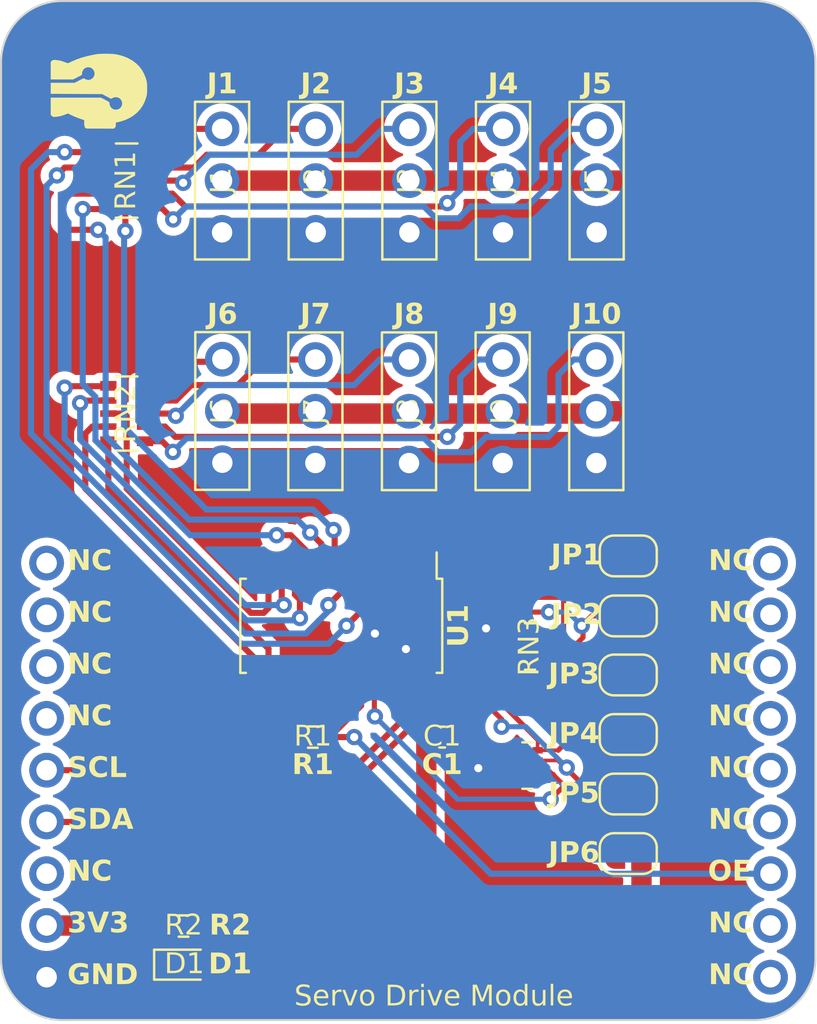
<source format=kicad_pcb>
(kicad_pcb (version 20240108) (generator "pcbnew") (generator_version "8.0")
  (layers (0 "F.Cu" signal) (31 "B.Cu" signal) (34 "B.Paste" user) (35 "F.Paste" user) (36 "B.SilkS" user "B.Silkscreen") (37 "F.SilkS" user "F.Silkscreen") (38 "B.Mask" user) (39 "F.Mask" user) (44 "Edge.Cuts" user))
  (net 0 "")
  (net 1 "+3V3")
  (net 2 "GND")
  (net 3 "Net-(D1-A)")
  (net 4 "Net-(J1-Pin_1)")
  (net 5 "Net-(J2-Pin_1)")
  (net 6 "Net-(J3-Pin_1)")
  (net 7 "Net-(J4-Pin_1)")
  (net 8 "Net-(J5-Pin_1)")
  (net 9 "Net-(J6-Pin_1)")
  (net 10 "Net-(J7-Pin_1)")
  (net 11 "Net-(J8-Pin_1)")
  (net 12 "Net-(J9-Pin_1)")
  (net 13 "Net-(J10-Pin_1)")
  (net 14 "A0")
  (net 15 "A1")
  (net 16 "A2")
  (net 17 "A3")
  (net 18 "A4")
  (net 19 "A5")
  (net 20 "OE")
  (net 21 "PWM0")
  (net 22 "PWM1")
  (net 23 "PWM2")
  (net 24 "PWM3")
  (net 25 "PWM4")
  (net 26 "PWM5")
  (net 27 "PWM6")
  (net 28 "PWM7")
  (net 29 "PWM8")
  (net 30 "PWM9")
  (net 37 "SCL")
  (net 38 "SDA")
  (footprint "Connector_PinSocket_2.54mm:PinSocket_1x03_P2.54mm_Vertical" (layer "F.Cu") (at 88.209 63.373)
    (property "Reference" "J4")
    (property "Value" "Screw_Terminal_01x03" (hide yes))
  )
  (footprint "Resistor_SMD:R_0603_1608Metric" (layer "F.Cu") (at 78.867 93.218 180)
    (property "Reference" "R1")
    (property "Value" "10k" (hide yes))
  )
  (footprint "Connector_PinSocket_2.54mm:PinSocket_1x03_P2.54mm_Vertical" (layer "F.Cu") (at 74.422 74.676)
    (property "Reference" "J6")
    (property "Value" "Screw_Terminal_01x03" (hide yes))
  )
  (footprint "Jumper:SolderJumper-2_P1.3mm_Open_RoundedPad1.0x1.5mm" (layer "F.Cu") (at 94.361 84.328 180)
    (property "Reference" "JP1")
    (property "Value" "SolderJumper_2_Open" (hide yes))
  )
  (footprint "LED_SMD:LED_0603_1608Metric" (layer "F.Cu") (at 72.557 104.384)
    (property "Reference" "D1")
    (property "Value" "LED" (hide yes))
  )
  (footprint "Connector_PinSocket_2.54mm:PinSocket_1x03_P2.54mm_Vertical" (layer "F.Cu") (at 83.609 63.373)
    (property "Reference" "J3")
    (property "Value" "Screw_Terminal_01x03" (hide yes))
  )
  (footprint "Connector_PinSocket_2.54mm:PinSocket_1x03_P2.54mm_Vertical" (layer "F.Cu") (at 88.191 74.691)
    (property "Reference" "J9")
    (property "Value" "Screw_Terminal_01x03" (hide yes))
  )
  (footprint "Jumper:SolderJumper-2_P1.3mm_Open_RoundedPad1.0x1.5mm" (layer "F.Cu") (at 94.361 87.273 180)
    (property "Reference" "JP2")
    (property "Value" "SolderJumper_2_Open" (hide yes))
  )
  (footprint "Connector_PinSocket_2.54mm:PinSocket_1x03_P2.54mm_Vertical" (layer "F.Cu") (at 74.409 63.373)
    (property "Reference" "J1")
    (property "Value" "Screw_Terminal_01x03" (hide yes))
  )
  (footprint "Resistor_SMD:R_Array_Concave_4x0402" (layer "F.Cu") (at 89.408 94.615)
    (property "Reference" "RN4" (hide yes))
    (property "Value" "R_Pack04" (hide yes))
  )
  (footprint "Resistor_SMD:R_Array_Convex_5x0603" (layer "F.Cu") (at 69.723 77.343)
    (property "Reference" "RN2" (hide yes))
    (property "Value" "220r" (hide yes))
  )
  (footprint "Moduler_:pin_header_5-3" (layer "F.Cu") (at 83.541366 94.871598)
    (property "Reference" "U2" (hide yes))
    (property "Value" "~" (hide yes))
    (fp_line (start -19.9898 9.2302) (end -19.9898 -34.7698) (stroke (width 0.1)) (layer "Edge.Cuts"))
    (fp_line (start -16.9898 -37.7698) (end 17.0102 -37.7698) (stroke (width 0.1)) (layer "Edge.Cuts"))
    (fp_line (start 17.0102 12.2302) (end -16.9898 12.2302) (stroke (width 0.1)) (layer "Edge.Cuts"))
    (fp_line (start 20.0102 -34.7698) (end 20.0102 9.2302) (stroke (width 0.1)) (layer "Edge.Cuts"))
    (fp_arc (start -19.9898 -34.7698) (mid -19.11112 -36.89112) (end -16.9898 -37.7698) (stroke (width 0.1)) (layer "Edge.Cuts"))
    (fp_arc (start -16.9898 12.2302) (mid -19.11112 11.35152) (end -19.9898 9.2302) (stroke (width 0.1)) (layer "Edge.Cuts"))
    (fp_arc (start 17.0102 -37.7698) (mid 19.13152 -36.89112) (end 20.0102 -34.7698) (stroke (width 0.1)) (layer "Edge.Cuts"))
    (fp_arc (start 20.0102 9.2302) (mid 19.13152 11.35152) (end 17.0102 12.2302) (stroke (width 0.1)) (layer "Edge.Cuts"))
  )
  (footprint "Resistor_SMD:R_Array_Concave_4x0402" (layer "F.Cu") (at 89.535 88.773)
    (property "Reference" "RN3" (hide yes))
    (property "Value" "R_Pack04" (hide yes))
  )
  (footprint "Resistor_SMD:R_Array_Convex_5x0603" (layer "F.Cu") (at 69.723 65.913)
    (property "Reference" "RN1" (hide yes))
    (property "Value" "220r" (hide yes))
  )
  (footprint "Jumper:SolderJumper-2_P1.3mm_Open_RoundedPad1.0x1.5mm" (layer "F.Cu") (at 94.361 98.933 180)
    (property "Reference" "JP6")
    (property "Value" "ESolderJumper_2_Open" (hide yes))
  )
  (footprint "Connector_PinSocket_2.54mm:PinSocket_1x03_P2.54mm_Vertical" (layer "F.Cu") (at 78.991 74.691)
    (property "Reference" "J7")
    (property "Value" "Screw_Terminal_01x03" (hide yes))
  )
  (footprint "Connector_PinSocket_2.54mm:PinSocket_1x03_P2.54mm_Vertical" (layer "F.Cu") (at 79.009 63.373)
    (property "Reference" "J2")
    (property "Value" "Screw_Terminal_01x03" (hide yes))
  )
  (footprint "Connector_PinSocket_2.54mm:PinSocket_1x03_P2.54mm_Vertical" (layer "F.Cu") (at 92.809 63.373)
    (property "Reference" "J5")
    (property "Value" "Screw_Terminal_01x03" (hide yes))
  )
  (footprint "Capacitor_SMD:C_0603_1608Metric" (layer "F.Cu") (at 85.217 93.218)
    (property "Reference" "C1")
    (property "Value" "10uF" (hide yes))
  )
  (footprint "Connector_PinSocket_2.54mm:PinSocket_1x03_P2.54mm_Vertical" (layer "F.Cu") (at 83.591 74.691)
    (property "Reference" "J8")
    (property "Value" "Screw_Terminal_01x03" (hide yes))
  )
  (footprint "Jumper:SolderJumper-2_P1.3mm_Open_RoundedPad1.0x1.5mm" (layer "F.Cu") (at 94.361 96.012 180)
    (property "Reference" "JP5")
    (property "Value" "SolderJumper_2_Open" (hide yes))
  )
  (footprint "Jumper:SolderJumper-2_P1.3mm_Open_RoundedPad1.0x1.5mm" (layer "F.Cu") (at 94.361 93.091 180)
    (property "Reference" "JP4")
    (property "Value" "SolderJumper_2_Open" (hide yes))
  )
  (footprint "Jumper:SolderJumper-2_P1.3mm_Open_RoundedPad1.0x1.5mm" (layer "F.Cu") (at 94.361 90.17 180)
    (property "Reference" "JP3")
    (property "Value" "SolderJumper_2_Open" (hide yes))
  )
  (footprint "Resistor_SMD:R_0603_1608Metric" (layer "F.Cu") (at 72.517 102.489)
    (property "Reference" "R2")
    (property "Value" "R" (hide yes))
  )
  (footprint "Connector_PinSocket_2.54mm:PinSocket_1x03_P2.54mm_Vertical" (layer "F.Cu") (at 92.791 74.691)
    (property "Reference" "J10")
    (property "Value" "Screw_Terminal_01x03" (hide yes))
  )
  (footprint "Package_SO:TSSOP-28_4.4x9.7mm_P0.65mm" (layer "F.Cu") (at 80.264 87.757 -90)
    (property "Reference" "U1")
    (property "Value" "PCA9685PW" (hide yes))
  )
  (segment (start 95.011 78.12) (end 95.011 84.328) (width 1) (layer "F.Cu") (net 1))
  (segment (start 71.755 102.426) (end 71.755 101.092) (width 1) (layer "F.Cu") (net 1))
  (segment (start 83.566 99.314) (end 84.442 98.438) (width 1) (layer "F.Cu") (net 1))
  (segment (start 92.791 77.231) (end 94.122 77.231) (width 1) (layer "F.Cu") (net 1))
  (segment (start 71.6666 102.4636) (end 71.692 102.489) (width 1) (layer "F.Cu") (net 1))
  (segment (start 71.692 102.489) (end 71.755 102.426) (width 1) (layer "F.Cu") (net 1))
  (segment (start 65.786 102.4636) (end 71.6666 102.4636) (width 1) (layer "F.Cu") (net 1))
  (segment (start 95.011 96.012) (end 95.011 98.933) (width 1) (layer "F.Cu") (net 1))
  (segment (start 84.489 93.197) (end 84.468 93.218) (width 0.3) (layer "F.Cu") (net 1))
  (segment (start 92.809 65.913) (end 94.361 65.913) (width 1) (layer "F.Cu") (net 1))
  (segment (start 94.107 101.727) (end 95.011 100.823) (width 1) (layer "F.Cu") (net 1))
  (segment (start 81.915 99.314) (end 83.566 99.314) (width 1) (layer "F.Cu") (net 1))
  (segment (start 84.201 99.314) (end 86.614 101.727) (width 1) (layer "F.Cu") (net 1))
  (segment (start 84.442 98.438) (end 84.442 93.218) (width 1) (layer "F.Cu") (net 1))
  (segment (start 74.409 65.913) (end 92.809 65.913) (width 1) (layer "F.Cu") (net 1))
  (segment (start 94.996 66.548) (end 94.996 78.105) (width 1) (layer "F.Cu") (net 1))
  (segment (start 81.915 99.314) (end 84.201 99.314) (width 1) (layer "F.Cu") (net 1))
  (segment (start 95.011 84.328) (end 95.011 96.012) (width 1) (layer "F.Cu") (net 1))
  (segment (start 92.679 77.343) (end 92.791 77.231) (width 1) (layer "F.Cu") (net 1))
  (segment (start 94.361 65.913) (end 94.996 66.548) (width 1) (layer "F.Cu") (net 1))
  (segment (start 86.614 101.727) (end 94.107 101.727) (width 1) (layer "F.Cu") (net 1))
  (segment (start 94.122 77.231) (end 95.011 78.12) (width 1) (layer "F.Cu") (net 1))
  (segment (start 95.011 100.823) (end 95.011 98.933) (width 1) (layer "F.Cu") (net 1))
  (segment (start 71.755 101.092) (end 73.533 99.314) (width 1) (layer "F.Cu") (net 1))
  (segment (start 73.533 99.314) (end 81.915 99.314) (width 1) (layer "F.Cu") (net 1))
  (segment (start 84.489 90.6195) (end 84.489 93.197) (width 0.3) (layer "F.Cu") (net 1))
  (segment (start 74.422 77.343) (end 92.679 77.343) (width 1) (layer "F.Cu") (net 1))
  (segment (start 94.996 78.105) (end 95.011 78.12) (width 1) (layer "F.Cu") (net 1))
  (segment (start 88.908 88.523) (end 88.015 88.523) (width 0.2) (layer "F.Cu") (net 2))
  (segment (start 82.539 90.6195) (end 82.539 89.419) (width 0.3) (layer "F.Cu") (net 2))
  (segment (start 82.539 89.419) (end 82.677 89.281) (width 0.3) (layer "F.Cu") (net 2))
  (segment (start 88.908 93.865) (end 88.908 94.865) (width 0.25) (layer "F.Cu") (net 2))
  (segment (start 88.015 88.523) (end 87.376 87.884) (width 0.25) (layer "F.Cu") (net 2))
  (segment (start 88.908 88.523) (end 88.908 89.523) (width 0.25) (layer "F.Cu") (net 2))
  (via (at 87.376 87.884) (size 0.8) (drill 0.4) (layers "F.Cu" "B.Cu") (net 2))
  (via (at 81.915 88.138) (size 0.8) (drill 0.4) (layers "F.Cu" "B.Cu") (net 2))
  (via (at 86.995 94.742) (size 0.8) (drill 0.4) (layers "F.Cu" "B.Cu") (net 2))
  (via (at 83.439 88.9) (size 0.8) (drill 0.4) (layers "F.Cu" "B.Cu") (net 2))
  (segment (start 73.342 102.489) (end 73.342 104.3815) (width 0.3) (layer "F.Cu") (net 3))
  (segment (start 73.342 104.3815) (end 73.3445 104.384) (width 0.3) (layer "F.Cu") (net 3))
  (segment (start 70.623 64.553) (end 71.464 64.553) (width 0.3) (layer "F.Cu") (net 4))
  (segment (start 71.464 64.553) (end 72.644 63.373) (width 0.3) (layer "F.Cu") (net 4))
  (segment (start 72.644 63.373) (end 74.409 63.373) (width 0.3) (layer "F.Cu") (net 4))
  (segment (start 73.66 64.643) (end 76.2 64.643) (width 0.3) (layer "F.Cu") (net 5))
  (segment (start 77.47 63.373) (end 79.009 63.373) (width 0.3) (layer "F.Cu") (net 5))
  (segment (start 73.03 65.273) (end 73.66 64.643) (width 0.3) (layer "F.Cu") (net 5))
  (segment (start 70.623 65.273) (end 73.03 65.273) (width 0.3) (layer "F.Cu") (net 5))
  (segment (start 76.2 64.643) (end 77.47 63.373) (width 0.3) (layer "F.Cu") (net 5))
  (segment (start 72.389381 65.913) (end 70.623 65.913) (width 0.3) (layer "F.Cu") (net 6))
  (segment (start 72.498881 66.0225) (end 72.389381 65.913) (width 0.3) (layer "F.Cu") (net 6))
  (via (at 72.498881 66.0225) (size 0.8) (drill 0.4) (layers "F.Cu" "B.Cu") (net 6))
  (segment (start 73.787 64.643) (end 81.026 64.643) (width 0.3) (layer "B.Cu") (net 6))
  (segment (start 81.026 64.643) (end 82.296 63.373) (width 0.3) (layer "B.Cu") (net 6))
  (segment (start 72.498881 66.0225) (end 72.498881 65.931119) (width 0.3) (layer "B.Cu") (net 6))
  (segment (start 82.296 63.373) (end 83.609 63.373) (width 0.3) (layer "B.Cu") (net 6))
  (segment (start 72.498881 65.931119) (end 73.787 64.643) (width 0.3) (layer "B.Cu") (net 6))
  (segment (start 71.96872 66.553) (end 72.59872 67.183) (width 0.3) (layer "F.Cu") (net 7))
  (segment (start 72.59872 67.183) (end 85.3005 67.183) (width 0.3) (layer "F.Cu") (net 7))
  (segment (start 85.3005 67.183) (end 85.471 67.0125) (width 0.3) (layer "F.Cu") (net 7))
  (segment (start 70.623 66.553) (end 71.96872 66.553) (width 0.3) (layer "F.Cu") (net 7))
  (via (at 85.471 67.0125) (size 0.8) (drill 0.4) (layers "F.Cu" "B.Cu") (net 7))
  (segment (start 86.741 63.373) (end 88.209 63.373) (width 0.3) (layer "B.Cu") (net 7))
  (segment (start 85.471 67.0125) (end 86.106 66.3775) (width 0.3) (layer "B.Cu") (net 7))
  (segment (start 86.106 64.008) (end 86.741 63.373) (width 0.3) (layer "B.Cu") (net 7))
  (segment (start 86.106 66.3775) (end 86.106 64.008) (width 0.3) (layer "B.Cu") (net 7))
  (segment (start 71.464 67.273) (end 70.623 67.273) (width 0.3) (layer "F.Cu") (net 8))
  (segment (start 72.009 67.818) (end 71.464 67.273) (width 0.3) (layer "F.Cu") (net 8))
  (via (at 72.009 67.818) (size 0.8) (drill 0.4) (layers "F.Cu" "B.Cu") (net 8))
  (segment (start 91.567 63.373) (end 92.809 63.373) (width 0.3) (layer "B.Cu") (net 8))
  (segment (start 72.644 67.183) (end 84.327419 67.183) (width 0.3) (layer "B.Cu") (net 8))
  (segment (start 72.009 67.818) (end 72.644 67.183) (width 0.3) (layer "B.Cu") (net 8))
  (segment (start 84.327419 67.183) (end 84.906919 67.7625) (width 0.3) (layer "B.Cu") (net 8))
  (segment (start 86.0345 67.7625) (end 86.614 67.183) (width 0.3) (layer "B.Cu") (net 8))
  (segment (start 84.906919 67.7625) (end 86.0345 67.7625) (width 0.3) (layer "B.Cu") (net 8))
  (segment (start 90.551 66.04) (end 90.551 64.389) (width 0.3) (layer "B.Cu") (net 8))
  (segment (start 90.551 64.389) (end 91.567 63.373) (width 0.3) (layer "B.Cu") (net 8))
  (segment (start 89.408 67.183) (end 90.551 66.04) (width 0.3) (layer "B.Cu") (net 8))
  (segment (start 86.614 67.183) (end 89.408 67.183) (width 0.3) (layer "B.Cu") (net 8))
  (segment (start 71.464 75.983) (end 72.644 74.803) (width 0.3) (layer "F.Cu") (net 9))
  (segment (start 70.623 75.983) (end 71.464 75.983) (width 0.3) (layer "F.Cu") (net 9))
  (segment (start 72.644 74.803) (end 74.422 74.803) (width 0.3) (layer "F.Cu") (net 9))
  (segment (start 72.141 76.703) (end 72.898 75.946) (width 0.3) (layer "F.Cu") (net 10))
  (segment (start 76.439 74.691) (end 78.991 74.691) (width 0.3) (layer "F.Cu") (net 10))
  (segment (start 70.623 76.703) (end 72.141 76.703) (width 0.3) (layer "F.Cu") (net 10))
  (segment (start 72.898 75.946) (end 75.184 75.946) (width 0.3) (layer "F.Cu") (net 10))
  (segment (start 75.184 75.946) (end 76.439 74.691) (width 0.3) (layer "F.Cu") (net 10))
  (segment (start 72.136 77.4525) (end 72.0265 77.343) (width 0.3) (layer "F.Cu") (net 11))
  (segment (start 72.0265 77.343) (end 70.623 77.343) (width 0.3) (layer "F.Cu") (net 11))
  (via (at 72.136 77.4525) (size 0.8) (drill 0.4) (layers "F.Cu" "B.Cu") (net 11))
  (segment (start 72.136 77.4525) (end 73.6425 75.946) (width 0.3) (layer "B.Cu") (net 11))
  (segment (start 82.154 74.691) (end 83.591 74.691) (width 0.3) (layer "B.Cu") (net 11))
  (segment (start 73.6425 75.946) (end 80.899 75.946) (width 0.3) (layer "B.Cu") (net 11))
  (segment (start 80.899 75.946) (end 82.154 74.691) (width 0.3) (layer "B.Cu") (net 11))
  (segment (start 72.108839 78.486) (end 85.471 78.486) (width 0.3) (layer "F.Cu") (net 12))
  (segment (start 71.605839 77.983) (end 72.108839 78.486) (width 0.3) (layer "F.Cu") (net 12))
  (segment (start 70.623 77.983) (end 71.605839 77.983) (width 0.3) (layer "F.Cu") (net 12))
  (via (at 85.471 78.486) (size 0.8) (drill 0.4) (layers "F.Cu" "B.Cu") (net 12))
  (segment (start 86.98 74.691) (end 88.191 74.691) (width 0.3) (layer "B.Cu") (net 12))
  (segment (start 85.471 78.486) (end 86.106 77.851) (width 0.3) (layer "B.Cu") (net 12))
  (segment (start 86.106 77.851) (end 86.106 75.565) (width 0.3) (layer "B.Cu") (net 12))
  (segment (start 86.106 75.565) (end 86.98 74.691) (width 0.3) (layer "B.Cu") (net 12))
  (segment (start 71.992427 79.226405) (end 71.469022 78.703) (width 0.3) (layer "F.Cu") (net 13))
  (segment (start 71.469022 78.703) (end 70.623 78.703) (width 0.3) (layer "F.Cu") (net 13))
  (via (at 71.992427 79.226405) (size 0.8) (drill 0.4) (layers "F.Cu" "B.Cu") (net 13))
  (segment (start 90.932 75.438) (end 91.679 74.691) (width 0.3) (layer "B.Cu") (net 13))
  (segment (start 71.992427 79.226405) (end 72.662832 78.556) (width 0.3) (layer "B.Cu") (net 13))
  (segment (start 90.424 78.486) (end 90.932 77.978) (width 0.3) (layer "B.Cu") (net 13))
  (segment (start 87.376 78.486) (end 90.424 78.486) (width 0.3) (layer "B.Cu") (net 13))
  (segment (start 86.626 79.236) (end 87.376 78.486) (width 0.3) (layer "B.Cu") (net 13))
  (segment (start 84.340339 78.556) (end 85.020339 79.236) (width 0.3) (layer "B.Cu") (net 13))
  (segment (start 90.932 77.978) (end 90.932 75.438) (width 0.3) (layer "B.Cu") (net 13))
  (segment (start 85.020339 79.236) (end 86.626 79.236) (width 0.3) (layer "B.Cu") (net 13))
  (segment (start 72.662832 78.556) (end 84.340339 78.556) (width 0.3) (layer "B.Cu") (net 13))
  (segment (start 91.679 74.691) (end 92.791 74.691) (width 0.3) (layer "B.Cu") (net 13))
  (segment (start 91.821 84.328) (end 91.186 84.963) (width 0.25) (layer "F.Cu") (net 14))
  (segment (start 84.489 84.8945) (end 84.455 84.9285) (width 0.25) (layer "F.Cu") (net 14))
  (segment (start 84.455 85.725) (end 85.09 86.36) (width 0.25) (layer "F.Cu") (net 14))
  (segment (start 85.09 86.36) (end 91.186 86.36) (width 0.25) (layer "F.Cu") (net 14))
  (segment (start 90.035 88.523) (end 90.674 88.523) (width 0.18) (layer "F.Cu") (net 14))
  (segment (start 93.711 84.328) (end 91.821 84.328) (width 0.25) (layer "F.Cu") (net 14))
  (segment (start 90.674 88.523) (end 91.186 88.011) (width 0.18) (layer "F.Cu") (net 14))
  (segment (start 91.186 84.963) (end 91.186 86.36) (width 0.25) (layer "F.Cu") (net 14))
  (segment (start 84.455 84.9285) (end 84.455 85.725) (width 0.25) (layer "F.Cu") (net 14))
  (segment (start 91.186 88.011) (end 91.186 86.36) (width 0.25) (layer "F.Cu") (net 14))
  (segment (start 92.1385 88.3285) (end 92.1385 87.6935) (width 0.25) (layer "F.Cu") (net 15))
  (segment (start 91.444 89.023) (end 92.1385 88.3285) (width 0.25) (layer "F.Cu") (net 15))
  (segment (start 90.035 89.023) (end 91.444 89.023) (width 0.18) (layer "F.Cu") (net 15))
  (segment (start 90.4615 87.0845) (end 85.178104 87.0845) (width 0.25) (layer "F.Cu") (net 15))
  (segment (start 85.178104 87.0845) (end 83.839 85.745396) (width 0.25) (layer "F.Cu") (net 15))
  (segment (start 92.559 87.273) (end 93.711 87.273) (width 0.25) (layer "F.Cu") (net 15))
  (segment (start 92.075 87.757) (end 92.1385 87.6935) (width 0.25) (layer "F.Cu") (net 15))
  (segment (start 92.1385 87.6935) (end 92.559 87.273) (width 0.25) (layer "F.Cu") (net 15))
  (segment (start 83.839 85.745396) (end 83.839 84.8945) (width 0.25) (layer "F.Cu") (net 15))
  (via (at 90.4615 87.0845) (size 0.8) (drill 0.4) (layers "F.Cu" "B.Cu") (net 15))
  (via (at 92.075 87.757) (size 0.8) (drill 0.4) (layers "F.Cu" "B.Cu") (net 15))
  (segment (start 90.4615 87.0845) (end 91.4025 87.0845) (width 0.25) (layer "B.Cu") (net 15))
  (segment (start 91.4025 87.0845) (end 92.075 87.757) (width 0.25) (layer "B.Cu") (net 15))
  (segment (start 90.035 89.523) (end 91.174 89.523) (width 0.18) (layer "F.Cu") (net 16))
  (segment (start 91.186 89.535) (end 91.821 90.17) (width 0.25) (layer "F.Cu") (net 16))
  (segment (start 83.189 85.731792) (end 87.881208 90.424) (width 0.25) (layer "F.Cu") (net 16))
  (segment (start 87.881208 90.424) (end 89.662 90.424) (width 0.25) (layer "F.Cu") (net 16))
  (segment (start 83.189 84.8945) (end 83.189 85.731792) (width 0.25) (layer "F.Cu") (net 16))
  (segment (start 89.662 90.424) (end 89.916 90.17) (width 0.25) (layer "F.Cu") (net 16))
  (segment (start 90.035 89.523) (end 90.035 90.051) (width 0.18) (layer "F.Cu") (net 16))
  (segment (start 91.821 90.17) (end 93.711 90.17) (width 0.25) (layer "F.Cu") (net 16))
  (segment (start 90.035 90.051) (end 89.916 90.17) (width 0.18) (layer "F.Cu") (net 16))
  (segment (start 91.174 89.523) (end 91.186 89.535) (width 0.18) (layer "F.Cu") (net 16))
  (segment (start 82.539 85.968) (end 89.908 93.337) (width 0.25) (layer "F.Cu") (net 17))
  (segment (start 90.92 93.865) (end 91.694 93.091) (width 0.25) (layer "F.Cu") (net 17))
  (segment (start 89.908 93.865) (end 90.92 93.865) (width 0.18) (layer "F.Cu") (net 17))
  (segment (start 82.539 84.8945) (end 82.539 85.968) (width 0.25) (layer "F.Cu") (net 17))
  (segment (start 89.908 93.337) (end 89.908 93.865) (width 0.18) (layer "F.Cu") (net 17))
  (segment (start 91.694 93.091) (end 93.711 93.091) (width 0.25) (layer "F.Cu") (net 17))
  (segment (start 92.583 96.012) (end 93.711 96.012) (width 0.25) (layer "F.Cu") (net 18))
  (segment (start 90.936 94.365) (end 92.583 96.012) (width 0.25) (layer "F.Cu") (net 18))
  (segment (start 88.138 92.71) (end 88.138 92.341786) (width 0.25) (layer "F.Cu") (net 18))
  (segment (start 88.138 92.341786) (end 81.889 86.092786) (width 0.25) (layer "F.Cu") (net 18))
  (segment (start 89.908 94.365) (end 90.936 94.365) (width 0.18) (layer "F.Cu") (net 18))
  (segment (start 81.889 86.092786) (end 81.889 84.8945) (width 0.25) (layer "F.Cu") (net 18))
  (via (at 91.341299 94.713701) (size 0.8) (drill 0.4) (layers "F.Cu" "B.Cu") (net 18))
  (via (at 88.138 92.71) (size 0.8) (drill 0.4) (layers "F.Cu" "B.Cu") (net 18))
  (segment (start 89.337598 92.71) (end 91.341299 94.713701) (width 0.25) (layer "B.Cu") (net 18))
  (segment (start 88.138 92.71) (end 89.337598 92.71) (width 0.25) (layer "B.Cu") (net 18))
  (segment (start 90.678 95.0468) (end 90.678 95.075) (width 0.25) (layer "F.Cu") (net 19))
  (segment (start 90.678 95.075) (end 91.21 95.607) (width 0.25) (layer "F.Cu") (net 19))
  (segment (start 81.889 92.176) (end 81.915 92.202) (width 0.3) (layer "F.Cu") (net 19))
  (segment (start 81.889 90.6195) (end 81.889 92.176) (width 0.25) (layer "F.Cu") (net 19))
  (segment (start 91.21 95.607) (end 91.948 96.345) (width 0.25) (layer "F.Cu") (net 19))
  (segment (start 91.948 98.044) (end 92.837 98.933) (width 0.25) (layer "F.Cu") (net 19))
  (segment (start 90.4962 94.865) (end 90.678 95.0468) (width 0.18) (layer "F.Cu") (net 19))
  (segment (start 92.837 98.933) (end 93.711 98.933) (width 0.25) (layer "F.Cu") (net 19))
  (segment (start 89.908 94.865) (end 90.4962 94.865) (width 0.18) (layer "F.Cu") (net 19))
  (segment (start 91.948 96.345) (end 91.948 98.044) (width 0.25) (layer "F.Cu") (net 19))
  (segment (start 90.6145 96.2025) (end 91.21 95.607) (width 0.25) (layer "F.Cu") (net 19))
  (via (at 81.915 92.202) (size 0.8) (drill 0.4) (layers "F.Cu" "B.Cu") (net 19))
  (via (at 90.551 96.266) (size 0.8) (drill 0.4) (layers "F.Cu" "B.Cu") (net 19))
  (segment (start 85.979 96.266) (end 90.551 96.266) (width 0.25) (layer "B.Cu") (net 19))
  (segment (start 81.915 92.202) (end 85.979 96.266) (width 0.25) (layer "B.Cu") (net 19))
  (segment (start 79.692 93.218) (end 80.899 93.218) (width 0.3) (layer "F.Cu") (net 20))
  (segment (start 81.239 90.6195) (end 81.239 91.671) (width 0.3) (layer "F.Cu") (net 20))
  (segment (start 81.239 91.671) (end 79.692 93.218) (width 0.3) (layer "F.Cu") (net 20))
  (via (at 80.899 93.218) (size 0.8) (drill 0.4) (layers "F.Cu" "B.Cu") (net 20))
  (segment (start 80.899 93.218) (end 87.6046 99.9236) (width 0.3) (layer "B.Cu") (net 20))
  (segment (start 87.6046 99.9236) (end 101.346 99.9236) (width 0.3) (layer "B.Cu") (net 20))
  (segment (start 68.786 64.516) (end 68.823 64.553) (width 0.3) (layer "F.Cu") (net 21))
  (segment (start 81.239 84.8945) (end 81.239 87.036) (width 0.3) (layer "F.Cu") (net 21))
  (segment (start 66.675 64.516) (end 68.786 64.516) (width 0.3) (layer "F.Cu") (net 21))
  (segment (start 81.239 87.036) (end 80.518 87.757) (width 0.3) (layer "F.Cu") (net 21))
  (via (at 80.518 87.757) (size 0.8) (drill 0.4) (layers "F.Cu" "B.Cu") (net 21))
  (via (at 66.675 64.516) (size 0.8) (drill 0.4) (layers "F.Cu" "B.Cu") (net 21))
  (segment (start 80.518 87.757) (end 79.637 88.638) (width 0.3) (layer "B.Cu") (net 21))
  (segment (start 79.637 88.638) (end 75.340682 88.638) (width 0.3) (layer "B.Cu") (net 21))
  (segment (start 65.868339 64.516) (end 66.675 64.516) (width 0.3) (layer "B.Cu") (net 21))
  (segment (start 75.340682 88.638) (end 65.024 78.321318) (width 0.3) (layer "B.Cu") (net 21))
  (segment (start 65.024 65.360339) (end 65.868339 64.516) (width 0.3) (layer "B.Cu") (net 21))
  (segment (start 65.024 78.321318) (end 65.024 65.360339) (width 0.3) (layer "B.Cu") (net 21))
  (segment (start 80.589 84.8945) (end 80.589 85.781) (width 0.3) (layer "F.Cu") (net 22))
  (segment (start 66.294 65.659) (end 66.68 65.273) (width 0.3) (layer "F.Cu") (net 22))
  (segment (start 66.68 65.273) (end 68.823 65.273) (width 0.3) (layer "F.Cu") (net 22))
  (segment (start 80.589 85.781) (end 79.629 86.741) (width 0.3) (layer "F.Cu") (net 22))
  (via (at 79.629 86.741) (size 0.8) (drill 0.4) (layers "F.Cu" "B.Cu") (net 22))
  (via (at 66.294 65.659) (size 0.8) (drill 0.4) (layers "F.Cu" "B.Cu") (net 22))
  (segment (start 66.294 65.659) (end 65.786 66.167) (width 0.3) (layer "B.Cu") (net 22))
  (segment (start 78.530661 88.138) (end 79.629 87.039661) (width 0.3) (layer "B.Cu") (net 22))
  (segment (start 75.547788 88.138) (end 78.530661 88.138) (width 0.3) (layer "B.Cu") (net 22))
  (segment (start 65.786 78.376212) (end 75.547788 88.138) (width 0.3) (layer "B.Cu") (net 22))
  (segment (start 65.786 66.167) (end 65.786 78.376212) (width 0.3) (layer "B.Cu") (net 22))
  (segment (start 79.629 87.039661) (end 79.629 86.741) (width 0.3) (layer "B.Cu") (net 22))
  (segment (start 79.939 84.8945) (end 79.939 83.114) (width 0.3) (layer "F.Cu") (net 23))
  (segment (start 69.523 65.913) (end 68.823 65.913) (width 0.3) (layer "F.Cu") (net 23))
  (segment (start 79.939 83.114) (end 79.883 83.058) (width 0.3) (layer "F.Cu") (net 23))
  (segment (start 69.6595 66.0495) (end 69.523 65.913) (width 0.3) (layer "F.Cu") (net 23))
  (segment (start 69.6595 68.3895) (end 69.6595 66.0495) (width 0.3) (layer "F.Cu") (net 23))
  (via (at 79.883 83.058) (size 0.8) (drill 0.4) (layers "F.Cu" "B.Cu") (net 23))
  (via (at 69.6595 68.3895) (size 0.8) (drill 0.4) (layers "F.Cu" "B.Cu") (net 23))
  (segment (start 69.596 78.006) (end 73.64 82.05) (width 0.3) (layer "B.Cu") (net 23))
  (segment (start 73.64 82.05) (end 78.875 82.05) (width 0.3) (layer "B.Cu") (net 23))
  (segment (start 69.6595 68.3895) (end 69.596 68.453) (width 0.3) (layer "B.Cu") (net 23))
  (segment (start 69.596 68.453) (end 69.596 78.006) (width 0.3) (layer "B.Cu") (net 23))
  (segment (start 78.875 82.05) (end 79.883 83.058) (width 0.3) (layer "B.Cu") (net 23))
  (segment (start 66.548 67.945) (end 66.929 68.326) (width 0.3) (layer "F.Cu") (net 24))
  (segment (start 79.289 83.734) (end 78.74 83.185) (width 0.3) (layer "F.Cu") (net 24))
  (segment (start 66.929 68.326) (end 68.3135 68.326) (width 0.3) (layer "F.Cu") (net 24))
  (segment (start 79.289 84.8945) (end 79.289 83.734) (width 0.3) (layer "F.Cu") (net 24))
  (segment (start 68.823 66.553) (end 66.924 66.553) (width 0.3) (layer "F.Cu") (net 24))
  (segment (start 66.548 66.929) (end 66.548 67.945) (width 0.3) (layer "F.Cu") (net 24))
  (segment (start 66.924 66.553) (end 66.548 66.929) (width 0.3) (layer "F.Cu") (net 24))
  (via (at 78.74 83.185) (size 0.8) (drill 0.4) (layers "F.Cu" "B.Cu") (net 24))
  (via (at 68.3135 68.326) (size 0.8) (drill 0.4) (layers "F.Cu" "B.Cu") (net 24))
  (segment (start 72.788212 82.55) (end 78.105 82.55) (width 0.3) (layer "B.Cu") (net 24))
  (segment (start 78.105 82.55) (end 78.74 83.185) (width 0.3) (layer "B.Cu") (net 24))
  (segment (start 68.3135 68.326) (end 68.687 68.6995) (width 0.3) (layer "B.Cu") (net 24))
  (segment (start 68.687 78.448788) (end 72.788212 82.55) (width 0.3) (layer "B.Cu") (net 24))
  (segment (start 68.687 68.6995) (end 68.687 78.448788) (width 0.3) (layer "B.Cu") (net 24))
  (segment (start 67.564 67.31) (end 68.786 67.31) (width 0.3) (layer "F.Cu") (net 25))
  (segment (start 77.780396 83.312) (end 78.639 84.170604) (width 0.3) (layer "F.Cu") (net 25))
  (segment (start 77.089 83.312) (end 77.780396 83.312) (width 0.3) (layer "F.Cu") (net 25))
  (segment (start 78.639 84.170604) (end 78.639 84.8945) (width 0.3) (layer "F.Cu") (net 25))
  (segment (start 68.786 67.31) (end 68.823 67.273) (width 0.3) (layer "F.Cu") (net 25))
  (via (at 67.564 67.31) (size 0.8) (drill 0.4) (layers "F.Cu" "B.Cu") (net 25))
  (via (at 77.089 83.312) (size 0.8) (drill 0.4) (layers "F.Cu" "B.Cu") (net 25))
  (segment (start 67.564 75.901339) (end 68.187 76.524339) (width 0.3) (layer "B.Cu") (net 25))
  (segment (start 67.564 67.31) (end 67.564 75.901339) (width 0.3) (layer "B.Cu") (net 25))
  (segment (start 68.187 78.655894) (end 72.843106 83.312) (width 0.3) (layer "B.Cu") (net 25))
  (segment (start 68.187 76.524339) (end 68.187 78.655894) (width 0.3) (layer "B.Cu") (net 25))
  (segment (start 72.843106 83.312) (end 77.089 83.312) (width 0.3) (layer "B.Cu") (net 25))
  (segment (start 77.989 86.230839) (end 78.232 86.473839) (width 0.3) (layer "F.Cu") (net 26))
  (segment (start 78.232 86.473839) (end 78.232 87.376) (width 0.3) (layer "F.Cu") (net 26))
  (segment (start 77.989 84.8945) (end 77.989 86.230839) (width 0.3) (layer "F.Cu") (net 26))
  (segment (start 66.675 76.073) (end 66.746381 76.001619) (width 0.3) (layer "F.Cu") (net 26))
  (segment (start 66.746381 76.001619) (end 68.804381 76.001619) (width 0.3) (layer "F.Cu") (net 26))
  (segment (start 68.804381 76.001619) (end 68.823 75.983) (width 0.3) (layer "F.Cu") (net 26))
  (via (at 66.675 76.073) (size 0.8) (drill 0.4) (layers "F.Cu" "B.Cu") (net 26))
  (via (at 78.232 87.376) (size 0.8) (drill 0.4) (layers "F.Cu" "B.Cu") (net 26))
  (segment (start 66.675 78.558106) (end 66.675 76.073) (width 0.3) (layer "B.Cu") (net 26))
  (segment (start 75.607894 87.491) (end 66.675 78.558106) (width 0.3) (layer "B.Cu") (net 26))
  (segment (start 78.232 87.376) (end 78.117 87.491) (width 0.3) (layer "B.Cu") (net 26))
  (segment (start 78.117 87.491) (end 75.607894 87.491) (width 0.3) (layer "B.Cu") (net 26))
  (segment (start 77.4385 86.741) (end 77.339 86.6415) (width 0.3) (layer "F.Cu") (net 27))
  (segment (start 68.818 76.708) (end 68.823 76.703) (width 0.3) (layer "F.Cu") (net 27))
  (segment (start 67.564 76.708) (end 68.818 76.708) (width 0.3) (layer "F.Cu") (net 27))
  (segment (start 77.339 86.6415) (end 77.339 84.8945) (width 0.3) (layer "F.Cu") (net 27))
  (segment (start 67.437 76.835) (end 67.564 76.708) (width 0.3) (layer "F.Cu") (net 27))
  (via (at 77.4385 86.741) (size 0.8) (drill 0.4) (layers "F.Cu" "B.Cu") (net 27))
  (via (at 67.437 76.835) (size 0.8) (drill 0.4) (layers "F.Cu" "B.Cu") (net 27))
  (segment (start 75.565 86.741) (end 67.437 78.613) (width 0.3) (layer "B.Cu") (net 27))
  (segment (start 77.4385 86.741) (end 75.565 86.741) (width 0.3) (layer "B.Cu") (net 27))
  (segment (start 67.437 78.613) (end 67.437 76.835) (width 0.3) (layer "B.Cu") (net 27))
  (segment (start 76.689 86.887) (end 76.454 87.122) (width 0.3) (layer "F.Cu") (net 28))
  (segment (start 76.689 84.8945) (end 76.689 86.887) (width 0.3) (layer "F.Cu") (net 28))
  (segment (start 76.454 87.122) (end 75.819 87.122) (width 0.3) (layer "F.Cu") (net 28))
  (segment (start 75.819 87.122) (end 69.723 81.026) (width 0.3) (layer "F.Cu") (net 28))
  (segment (start 69.723 81.026) (end 69.723 77.47) (width 0.3) (layer "F.Cu") (net 28))
  (segment (start 69.596 77.343) (end 68.823 77.343) (width 0.3) (layer "F.Cu") (net 28))
  (segment (start 69.723 77.47) (end 69.596 77.343) (width 0.3) (layer "F.Cu") (net 28))
  (segment (start 67.691 78.3235) (end 67.691 81.026) (width 0.3) (layer "F.Cu") (net 29))
  (segment (start 68.0315 77.983) (end 67.691 78.3235) (width 0.3) (layer "F.Cu") (net 29))
  (segment (start 67.691 81.026) (end 76.039 89.374) (width 0.3) (layer "F.Cu") (net 29))
  (segment (start 68.823 77.983) (end 68.0315 77.983) (width 0.3) (layer "F.Cu") (net 29))
  (segment (start 76.039 89.374) (end 76.039 90.6195) (width 0.3) (layer "F.Cu") (net 29))
  (segment (start 68.823 81.015) (end 76.689 88.881) (width 0.3) (layer "F.Cu") (net 30))
  (segment (start 68.823 78.703) (end 68.823 81.015) (width 0.3) (layer "F.Cu") (net 30))
  (segment (start 76.689 88.881) (end 76.689 90.6195) (width 0.3) (layer "F.Cu") (net 30))
  (segment (start 80.7974 94.8436) (end 65.786 94.8436) (width 0.3) (layer "F.Cu") (net 37))
  (segment (start 83.189 92.452) (end 80.7974 94.8436) (width 0.3) (layer "F.Cu") (net 37))
  (segment (start 83.189 90.6195) (end 83.189 92.452) (width 0.3) (layer "F.Cu") (net 37))
  (segment (start 83.839 90.6195) (end 83.839 92.532827) (width 0.3) (layer "F.Cu") (net 38))
  (segment (start 83.642 92.729827) (end 83.642 92.761) (width 0.3) (layer "F.Cu") (net 38))
  (segment (start 79.0194 97.3836) (end 65.786 97.3836) (width 0.3) (layer "F.Cu") (net 38))
  (segment (start 83.642 92.761) (end 79.0194 97.3836) (width 0.3) (layer "F.Cu") (net 38))
  (segment (start 83.839 92.532827) (end 83.642 92.729827) (width 0.3) (layer "F.Cu") (net 38))
  (zone (net 2) (net_name "GND") (layers "F&B.Cu") (connect_pads yes (clearance 0.4)) (min_thickness 0.15) (fill yes (thermal_gap 0.5) (thermal_bridge_width 0.5))
    (polygon (pts (xy 63.5 57.15) (xy 103.632 57.15) (xy 103.632 107.188) (xy 103.505 107.315) (xy 63.5 107.315)))
  )
)
</source>
